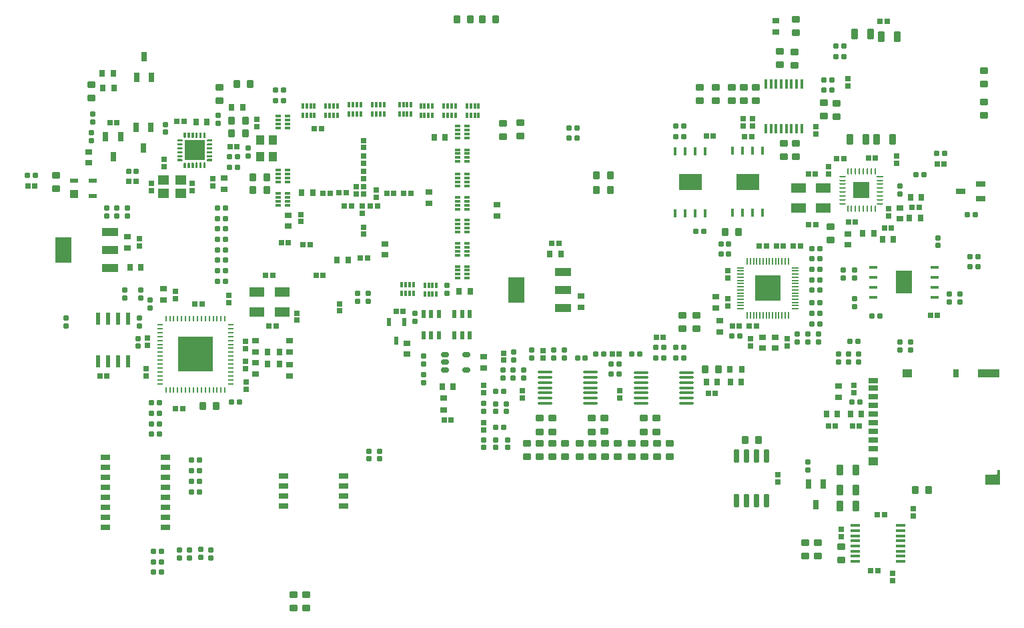
<source format=gbp>
G04*
G04 #@! TF.GenerationSoftware,Altium Limited,Altium Designer,23.11.1 (41)*
G04*
G04 Layer_Color=128*
%FSLAX44Y44*%
%MOMM*%
G71*
G04*
G04 #@! TF.SameCoordinates,BF087CC3-BE28-4B26-89C1-CEA847933F0A*
G04*
G04*
G04 #@! TF.FilePolarity,Positive*
G04*
G01*
G75*
%ADD26R,0.8000X1.0000*%
%ADD32R,0.6400X0.6400*%
%ADD33R,0.9500X0.7500*%
G04:AMPARAMS|DCode=41|XSize=0.6mm|YSize=0.6mm|CornerRadius=0.06mm|HoleSize=0mm|Usage=FLASHONLY|Rotation=90.000|XOffset=0mm|YOffset=0mm|HoleType=Round|Shape=RoundedRectangle|*
%AMROUNDEDRECTD41*
21,1,0.6000,0.4800,0,0,90.0*
21,1,0.4800,0.6000,0,0,90.0*
1,1,0.1200,0.2400,0.2400*
1,1,0.1200,0.2400,-0.2400*
1,1,0.1200,-0.2400,-0.2400*
1,1,0.1200,-0.2400,0.2400*
%
%ADD41ROUNDEDRECTD41*%
%ADD42R,0.7500X0.9500*%
%ADD51R,0.6000X1.5500*%
G04:AMPARAMS|DCode=54|XSize=0.6mm|YSize=0.6mm|CornerRadius=0.06mm|HoleSize=0mm|Usage=FLASHONLY|Rotation=180.000|XOffset=0mm|YOffset=0mm|HoleType=Round|Shape=RoundedRectangle|*
%AMROUNDEDRECTD54*
21,1,0.6000,0.4800,0,0,180.0*
21,1,0.4800,0.6000,0,0,180.0*
1,1,0.1200,-0.2400,0.2400*
1,1,0.1200,0.2400,0.2400*
1,1,0.1200,0.2400,-0.2400*
1,1,0.1200,-0.2400,-0.2400*
%
%ADD54ROUNDEDRECTD54*%
G04:AMPARAMS|DCode=58|XSize=1mm|YSize=0.9mm|CornerRadius=0.1125mm|HoleSize=0mm|Usage=FLASHONLY|Rotation=0.000|XOffset=0mm|YOffset=0mm|HoleType=Round|Shape=RoundedRectangle|*
%AMROUNDEDRECTD58*
21,1,1.0000,0.6750,0,0,0.0*
21,1,0.7750,0.9000,0,0,0.0*
1,1,0.2250,0.3875,-0.3375*
1,1,0.2250,-0.3875,-0.3375*
1,1,0.2250,-0.3875,0.3375*
1,1,0.2250,0.3875,0.3375*
%
%ADD58ROUNDEDRECTD58*%
%ADD137R,0.6500X1.2000*%
G04:AMPARAMS|DCode=138|XSize=1mm|YSize=0.9mm|CornerRadius=0.1125mm|HoleSize=0mm|Usage=FLASHONLY|Rotation=270.000|XOffset=0mm|YOffset=0mm|HoleType=Round|Shape=RoundedRectangle|*
%AMROUNDEDRECTD138*
21,1,1.0000,0.6750,0,0,270.0*
21,1,0.7750,0.9000,0,0,270.0*
1,1,0.2250,-0.3375,-0.3875*
1,1,0.2250,-0.3375,0.3875*
1,1,0.2250,0.3375,0.3875*
1,1,0.2250,0.3375,-0.3875*
%
%ADD138ROUNDEDRECTD138*%
%ADD139R,1.9000X1.2000*%
%ADD140R,0.3000X0.6500*%
%ADD141R,0.6400X0.6400*%
G04:AMPARAMS|DCode=142|XSize=0.4mm|YSize=1.2mm|CornerRadius=0.05mm|HoleSize=0mm|Usage=FLASHONLY|Rotation=90.000|XOffset=0mm|YOffset=0mm|HoleType=Round|Shape=RoundedRectangle|*
%AMROUNDEDRECTD142*
21,1,0.4000,1.1000,0,0,90.0*
21,1,0.3000,1.2000,0,0,90.0*
1,1,0.1000,0.5500,0.1500*
1,1,0.1000,0.5500,-0.1500*
1,1,0.1000,-0.5500,-0.1500*
1,1,0.1000,-0.5500,0.1500*
%
%ADD142ROUNDEDRECTD142*%
G04:AMPARAMS|DCode=143|XSize=1.3mm|YSize=0.8mm|CornerRadius=0.1mm|HoleSize=0mm|Usage=FLASHONLY|Rotation=90.000|XOffset=0mm|YOffset=0mm|HoleType=Round|Shape=RoundedRectangle|*
%AMROUNDEDRECTD143*
21,1,1.3000,0.6000,0,0,90.0*
21,1,1.1000,0.8000,0,0,90.0*
1,1,0.2000,0.3000,0.5500*
1,1,0.2000,0.3000,-0.5500*
1,1,0.2000,-0.3000,-0.5500*
1,1,0.2000,-0.3000,0.5500*
%
%ADD143ROUNDEDRECTD143*%
%ADD144R,1.2700X0.7600*%
%ADD145R,0.6000X1.0000*%
G04:AMPARAMS|DCode=146|XSize=1.05mm|YSize=0.6mm|CornerRadius=0.15mm|HoleSize=0mm|Usage=FLASHONLY|Rotation=180.000|XOffset=0mm|YOffset=0mm|HoleType=Round|Shape=RoundedRectangle|*
%AMROUNDEDRECTD146*
21,1,1.0500,0.3000,0,0,180.0*
21,1,0.7500,0.6000,0,0,180.0*
1,1,0.3000,-0.3750,0.1500*
1,1,0.3000,0.3750,0.1500*
1,1,0.3000,0.3750,-0.1500*
1,1,0.3000,-0.3750,-0.1500*
%
%ADD146ROUNDEDRECTD146*%
%ADD147O,2.0000X0.3500*%
G04:AMPARAMS|DCode=148|XSize=0.4mm|YSize=1.2mm|CornerRadius=0.05mm|HoleSize=0mm|Usage=FLASHONLY|Rotation=180.000|XOffset=0mm|YOffset=0mm|HoleType=Round|Shape=RoundedRectangle|*
%AMROUNDEDRECTD148*
21,1,0.4000,1.1000,0,0,180.0*
21,1,0.3000,1.2000,0,0,180.0*
1,1,0.1000,-0.1500,0.5500*
1,1,0.1000,0.1500,0.5500*
1,1,0.1000,0.1500,-0.5500*
1,1,0.1000,-0.1500,-0.5500*
%
%ADD148ROUNDEDRECTD148*%
%ADD149R,1.2000X0.6500*%
G04:AMPARAMS|DCode=150|XSize=0.8078mm|YSize=0.2393mm|CornerRadius=0.1196mm|HoleSize=0mm|Usage=FLASHONLY|Rotation=180.000|XOffset=0mm|YOffset=0mm|HoleType=Round|Shape=RoundedRectangle|*
%AMROUNDEDRECTD150*
21,1,0.8078,0.0000,0,0,180.0*
21,1,0.5686,0.2393,0,0,180.0*
1,1,0.2393,-0.2843,0.0000*
1,1,0.2393,0.2843,0.0000*
1,1,0.2393,0.2843,0.0000*
1,1,0.2393,-0.2843,0.0000*
%
%ADD150ROUNDEDRECTD150*%
G04:AMPARAMS|DCode=151|XSize=0.2393mm|YSize=0.8078mm|CornerRadius=0.1196mm|HoleSize=0mm|Usage=FLASHONLY|Rotation=180.000|XOffset=0mm|YOffset=0mm|HoleType=Round|Shape=RoundedRectangle|*
%AMROUNDEDRECTD151*
21,1,0.2393,0.5686,0,0,180.0*
21,1,0.0000,0.8078,0,0,180.0*
1,1,0.2393,0.0000,0.2843*
1,1,0.2393,0.0000,0.2843*
1,1,0.2393,0.0000,-0.2843*
1,1,0.2393,0.0000,-0.2843*
%
%ADD151ROUNDEDRECTD151*%
G04:AMPARAMS|DCode=154|XSize=1.0611mm|YSize=0.3925mm|CornerRadius=0.1962mm|HoleSize=0mm|Usage=FLASHONLY|Rotation=90.000|XOffset=0mm|YOffset=0mm|HoleType=Round|Shape=RoundedRectangle|*
%AMROUNDEDRECTD154*
21,1,1.0611,0.0000,0,0,90.0*
21,1,0.6686,0.3925,0,0,90.0*
1,1,0.3925,0.0000,0.3343*
1,1,0.3925,0.0000,-0.3343*
1,1,0.3925,0.0000,-0.3343*
1,1,0.3925,0.0000,0.3343*
%
%ADD154ROUNDEDRECTD154*%
G04:AMPARAMS|DCode=156|XSize=1.0611mm|YSize=0.3925mm|CornerRadius=0.1962mm|HoleSize=0mm|Usage=FLASHONLY|Rotation=0.000|XOffset=0mm|YOffset=0mm|HoleType=Round|Shape=RoundedRectangle|*
%AMROUNDEDRECTD156*
21,1,1.0611,0.0000,0,0,0.0*
21,1,0.6686,0.3925,0,0,0.0*
1,1,0.3925,0.3343,0.0000*
1,1,0.3925,-0.3343,0.0000*
1,1,0.3925,-0.3343,0.0000*
1,1,0.3925,0.3343,0.0000*
%
%ADD156ROUNDEDRECTD156*%
%ADD157R,2.8000X1.0000*%
%ADD158R,1.2000X1.0000*%
%ADD159R,3.2000X3.2000*%
%ADD160R,0.2000X0.8500*%
%ADD161R,0.9500X0.8000*%
%ADD162C,1.1447*%
%ADD163R,1.2000X0.7000*%
%ADD164R,2.1500X1.0000*%
G04:AMPARAMS|DCode=165|XSize=0.65mm|YSize=1.65mm|CornerRadius=0.0488mm|HoleSize=0mm|Usage=FLASHONLY|Rotation=0.000|XOffset=0mm|YOffset=0mm|HoleType=Round|Shape=RoundedRectangle|*
%AMROUNDEDRECTD165*
21,1,0.6500,1.5525,0,0,0.0*
21,1,0.5525,1.6500,0,0,0.0*
1,1,0.0975,0.2763,-0.7763*
1,1,0.0975,-0.2763,-0.7763*
1,1,0.0975,-0.2763,0.7763*
1,1,0.0975,0.2763,0.7763*
%
%ADD165ROUNDEDRECTD165*%
%ADD166R,1.1000X1.3000*%
%ADD167R,2.5000X2.5000*%
%ADD168R,1.4000X1.2000*%
%ADD169R,1.0000X1.0000*%
%ADD170O,0.7500X0.2500*%
%ADD171R,4.5000X4.5000*%
%ADD172O,0.2500X0.7500*%
%ADD173R,0.6500X0.3000*%
%ADD174R,0.6400X0.9200*%
%ADD175R,2.1500X3.2500*%
%ADD176R,0.3925X1.0611*%
%ADD177R,1.0611X0.3925*%
%ADD178R,0.8078X0.2393*%
%ADD179C,0.2520*%
%ADD180R,0.8500X0.2000*%
%ADD181R,1.0000X0.6000*%
%ADD182R,0.9200X0.6400*%
%ADD213R,2.9724X2.0724*%
%ADD214R,2.0724X2.9724*%
%ADD215R,2.0239X2.0239*%
G36*
X633280Y887807D02*
X633674Y887413D01*
X633887Y886898D01*
Y886620D01*
Y886341D01*
X633674Y885827D01*
X633280Y885433D01*
X632766Y885220D01*
X626987D01*
Y888020D01*
X632766D01*
X633280Y887807D01*
D02*
G37*
G36*
X632487Y893020D02*
X632766D01*
X633280Y892807D01*
X633674Y892413D01*
X633887Y891898D01*
Y891620D01*
Y891341D01*
X633674Y890827D01*
X633280Y890433D01*
X632766Y890220D01*
X626987D01*
Y893020D01*
X632487D01*
Y893020D01*
D02*
G37*
G36*
X633280Y897807D02*
X633674Y897413D01*
X633887Y896898D01*
Y896620D01*
Y896341D01*
X633674Y895827D01*
X633280Y895433D01*
X632766Y895220D01*
X626987D01*
Y898020D01*
X632766D01*
X633280Y897807D01*
D02*
G37*
G36*
X637556Y883532D02*
X637949Y883138D01*
X638162Y882624D01*
Y882345D01*
Y876845D01*
X635363D01*
Y882345D01*
Y882624D01*
X635576Y883138D01*
X635970Y883532D01*
X636484Y883745D01*
X637041D01*
X637556Y883532D01*
D02*
G37*
G36*
X642555D02*
X642949Y883138D01*
X643163Y882624D01*
Y882345D01*
X643163Y876845D01*
X640362D01*
Y882345D01*
Y882624D01*
X640576Y883138D01*
X640969Y883532D01*
X641484Y883745D01*
X642041D01*
X642555Y883532D01*
D02*
G37*
G36*
X647556D02*
X647949Y883138D01*
X648163Y882624D01*
Y882345D01*
Y876845D01*
X645362D01*
Y882345D01*
Y882624D01*
X645576Y883138D01*
X645969Y883532D01*
X646484Y883745D01*
X647041D01*
X647556Y883532D01*
D02*
G37*
G36*
X633280Y902807D02*
X633674Y902413D01*
X633887Y901898D01*
Y901620D01*
Y901341D01*
X633674Y900827D01*
X633280Y900433D01*
X632766Y900220D01*
X626987D01*
Y903020D01*
X632766D01*
X633280Y902807D01*
D02*
G37*
G36*
Y907807D02*
X633674Y907413D01*
X633887Y906898D01*
Y906620D01*
Y906341D01*
X633674Y905827D01*
X633280Y905433D01*
X632766Y905220D01*
X632487D01*
X626987Y905220D01*
Y908020D01*
X632766D01*
X633280Y907807D01*
D02*
G37*
G36*
Y912807D02*
X633674Y912413D01*
X633887Y911898D01*
Y911620D01*
Y911341D01*
X633674Y910827D01*
X633280Y910433D01*
X632766Y910220D01*
X626987D01*
Y913020D01*
X632766D01*
X633280Y912807D01*
D02*
G37*
G36*
X638162Y915895D02*
Y915617D01*
X637949Y915102D01*
X637556Y914708D01*
X637041Y914495D01*
X636484D01*
X635970Y914708D01*
X635576Y915102D01*
X635363Y915617D01*
Y915895D01*
Y921395D01*
X638162D01*
Y915895D01*
D02*
G37*
G36*
X643163D02*
X643163D01*
Y915617D01*
X642949Y915102D01*
X642555Y914708D01*
X642041Y914495D01*
X641484D01*
X640969Y914708D01*
X640576Y915102D01*
X640362Y915617D01*
Y915895D01*
Y921395D01*
X643163D01*
Y915895D01*
D02*
G37*
G36*
X648163D02*
Y915617D01*
X647949Y915102D01*
X647556Y914708D01*
X647041Y914495D01*
X646484D01*
X645969Y914708D01*
X645576Y915102D01*
X645362Y915617D01*
Y915895D01*
Y921395D01*
X648163D01*
Y915895D01*
D02*
G37*
G36*
X663163D02*
Y915617D01*
X662949Y915102D01*
X662555Y914708D01*
X662041Y914495D01*
X661484D01*
X660969Y914708D01*
X660576Y915102D01*
X660362Y915617D01*
Y915895D01*
Y921395D01*
X663163D01*
Y915895D01*
D02*
G37*
G36*
X658163D02*
Y915617D01*
X657949Y915102D01*
X657556Y914708D01*
X657041Y914495D01*
X656484D01*
X655969Y914708D01*
X655576Y915102D01*
X655362Y915617D01*
Y915895D01*
X655362Y921395D01*
X658163D01*
Y915895D01*
D02*
G37*
G36*
X653163D02*
Y915617D01*
X652949Y915102D01*
X652555Y914708D01*
X652041Y914495D01*
X651484D01*
X650969Y914708D01*
X650576Y915102D01*
X650362Y915617D01*
Y915895D01*
Y921395D01*
X653163D01*
Y915895D01*
D02*
G37*
G36*
X671537Y910220D02*
X665759D01*
X665245Y910433D01*
X664851Y910827D01*
X664638Y911341D01*
Y911620D01*
Y911898D01*
X664851Y912413D01*
X665245Y912807D01*
X665759Y913020D01*
X671537D01*
Y910220D01*
D02*
G37*
G36*
Y905220D02*
X666038D01*
Y905220D01*
X665759D01*
X665245Y905433D01*
X664851Y905827D01*
X664638Y906341D01*
Y906620D01*
Y906898D01*
X664851Y907413D01*
X665245Y907807D01*
X665759Y908020D01*
X671537D01*
Y905220D01*
D02*
G37*
G36*
Y900220D02*
X665759D01*
X665245Y900433D01*
X664851Y900827D01*
X664638Y901341D01*
Y901620D01*
Y901898D01*
X664851Y902413D01*
X665245Y902807D01*
X665759Y903020D01*
X671537D01*
Y900220D01*
D02*
G37*
G36*
Y895220D02*
X665759D01*
X665245Y895433D01*
X664851Y895827D01*
X664638Y896341D01*
Y896620D01*
Y896898D01*
X664851Y897413D01*
X665245Y897807D01*
X665759Y898020D01*
X671537D01*
Y895220D01*
D02*
G37*
G36*
Y890220D02*
X665759D01*
X665245Y890433D01*
X664851Y890827D01*
X664638Y891341D01*
Y891620D01*
Y891898D01*
X664851Y892413D01*
X665245Y892807D01*
X665759Y893020D01*
X666038D01*
X671537Y893020D01*
Y890220D01*
D02*
G37*
G36*
Y885220D02*
X665759D01*
X665245Y885433D01*
X664851Y885827D01*
X664638Y886341D01*
Y886620D01*
Y886898D01*
X664851Y887413D01*
X665245Y887807D01*
X665759Y888020D01*
X671537D01*
Y885220D01*
D02*
G37*
G36*
X662555Y883532D02*
X662949Y883138D01*
X663163Y882624D01*
Y882345D01*
Y876845D01*
X660362D01*
Y882345D01*
Y882624D01*
X660576Y883138D01*
X660969Y883532D01*
X661484Y883745D01*
X662041D01*
X662555Y883532D01*
D02*
G37*
G36*
X657556D02*
X657949Y883138D01*
X658163Y882624D01*
Y882345D01*
Y876845D01*
X655362D01*
Y882345D01*
X655362D01*
Y882624D01*
X655576Y883138D01*
X655969Y883532D01*
X656484Y883745D01*
X657041D01*
X657556Y883532D01*
D02*
G37*
G36*
X652555D02*
X652949Y883138D01*
X653163Y882624D01*
Y882345D01*
Y876845D01*
X650362D01*
Y882345D01*
Y882624D01*
X650576Y883138D01*
X650969Y883532D01*
X651484Y883745D01*
X652041D01*
X652555Y883532D01*
D02*
G37*
G36*
X1671350Y474346D02*
X1652350D01*
Y487346D01*
X1666350D01*
X1667850Y488846D01*
Y492846D01*
X1671350D01*
Y474346D01*
D02*
G37*
D26*
X1615850Y615846D02*
D03*
D32*
X1470000Y417600D02*
D03*
Y408400D02*
D03*
X1540000Y891600D02*
D03*
Y882400D02*
D03*
X1453725Y869139D02*
D03*
Y878339D02*
D03*
X728000Y938600D02*
D03*
Y929400D02*
D03*
X864000Y862730D02*
D03*
Y871930D02*
D03*
Y843400D02*
D03*
Y852600D02*
D03*
X854000Y843400D02*
D03*
Y852600D02*
D03*
X861963Y819360D02*
D03*
Y828560D02*
D03*
X1065324Y584600D02*
D03*
X1188720Y584680D02*
D03*
X1478280Y990120D02*
D03*
X1437640Y929160D02*
D03*
X1357652Y939320D02*
D03*
X1345473D02*
D03*
X1530350Y825020D02*
D03*
X880000Y839400D02*
D03*
X1485900Y600776D02*
D03*
X1401587Y659920D02*
D03*
X1354370Y650720D02*
D03*
X1561000Y443600D02*
D03*
X1535000Y352400D02*
D03*
X1389380Y478000D02*
D03*
X1325880Y737080D02*
D03*
Y701520D02*
D03*
X864000Y902400D02*
D03*
Y891600D02*
D03*
Y801600D02*
D03*
X784000Y808480D02*
D03*
X610870Y878050D02*
D03*
X672467Y853534D02*
D03*
X646430Y856770D02*
D03*
X594795Y847570D02*
D03*
X579000Y786600D02*
D03*
X833000Y704200D02*
D03*
X779331Y683177D02*
D03*
X693000Y714600D02*
D03*
X714000Y647400D02*
D03*
Y622000D02*
D03*
X715000Y595800D02*
D03*
X625000Y719600D02*
D03*
X589000Y660600D02*
D03*
X588000Y612400D02*
D03*
X1485900Y591576D02*
D03*
X1530350Y815820D02*
D03*
X1478280Y980920D02*
D03*
X693000Y705400D02*
D03*
X589000Y651400D02*
D03*
X715000Y605000D02*
D03*
X588000Y621600D02*
D03*
X1016000Y544196D02*
D03*
X784000Y817679D02*
D03*
X880000Y848600D02*
D03*
X1016000Y590945D02*
D03*
X1091578Y635480D02*
D03*
X1041400Y641585D02*
D03*
X625000Y710400D02*
D03*
X864000Y792400D02*
D03*
Y911600D02*
D03*
Y882400D02*
D03*
X1389380Y487200D02*
D03*
X1325880Y710720D02*
D03*
Y746280D02*
D03*
X1016000Y553396D02*
D03*
X1091578Y644680D02*
D03*
X1016000Y600144D02*
D03*
X1041400Y632385D02*
D03*
X779331Y692377D02*
D03*
X1401587Y650720D02*
D03*
X1354370Y659920D02*
D03*
X833000Y695000D02*
D03*
X1345473Y930120D02*
D03*
X1357652D02*
D03*
X1437640Y919960D02*
D03*
X579000Y777400D02*
D03*
X1561000Y434400D02*
D03*
X1535000Y361600D02*
D03*
X1065324Y593800D02*
D03*
X1188720Y593880D02*
D03*
X714000Y656600D02*
D03*
Y631200D02*
D03*
X646430Y847570D02*
D03*
X594795Y856770D02*
D03*
X610870Y887250D02*
D03*
X672467Y862735D02*
D03*
D33*
X1016000Y636920D02*
D03*
X919000Y640000D02*
D03*
X1386840Y1049640D02*
D03*
X1544320Y826150D02*
D03*
X947000Y846000D02*
D03*
X1033000Y830000D02*
D03*
X1478280Y779130D02*
D03*
X1466850Y599578D02*
D03*
X890730Y766290D02*
D03*
X1310640Y699120D02*
D03*
X1315720Y668640D02*
D03*
X1140000Y714000D02*
D03*
X768000Y802482D02*
D03*
X514682Y883270D02*
D03*
X686816Y849488D02*
D03*
X564000Y789000D02*
D03*
X769620Y657240D02*
D03*
X726440Y615300D02*
D03*
Y643240D02*
D03*
X769620Y612760D02*
D03*
X610000Y723000D02*
D03*
X1466850Y585578D02*
D03*
X1544320Y812150D02*
D03*
X947000Y832000D02*
D03*
X1478280Y793130D02*
D03*
X768000Y816481D02*
D03*
X1033000Y816000D02*
D03*
X769620Y626760D02*
D03*
Y643240D02*
D03*
X1140000Y700000D02*
D03*
X1310640Y713120D02*
D03*
X890730Y780290D02*
D03*
X919000Y654000D02*
D03*
X1315720Y682640D02*
D03*
X1386840Y1063640D02*
D03*
X564000Y775000D02*
D03*
X1016000Y622920D02*
D03*
X610000Y709000D02*
D03*
X726440Y657240D02*
D03*
Y629300D02*
D03*
X686816Y863488D02*
D03*
X514682Y897270D02*
D03*
D41*
X1565000Y868000D02*
D03*
X1575000D02*
D03*
X1633000Y751000D02*
D03*
X1643000D02*
D03*
X1124590Y927689D02*
D03*
X1134590D02*
D03*
Y914400D02*
D03*
X1124590D02*
D03*
X1178165Y627968D02*
D03*
X1158320Y640080D02*
D03*
X1269920Y635351D02*
D03*
Y648639D02*
D03*
X1473120Y1017952D02*
D03*
X1601000Y895000D02*
D03*
X703500Y877392D02*
D03*
X565230Y872364D02*
D03*
X447000Y867000D02*
D03*
X1643000Y764000D02*
D03*
X1633000D02*
D03*
X1640000Y817000D02*
D03*
X1630000D02*
D03*
X688345Y732766D02*
D03*
X678345D02*
D03*
Y746055D02*
D03*
X688345D02*
D03*
X678345Y759343D02*
D03*
X688345D02*
D03*
X678345Y772632D02*
D03*
X688345D02*
D03*
X678505Y785920D02*
D03*
X688505D02*
D03*
X678345Y799209D02*
D03*
X688345D02*
D03*
X678345Y812497D02*
D03*
X688345D02*
D03*
X678345Y825786D02*
D03*
X688345D02*
D03*
X604440Y578399D02*
D03*
X594440D02*
D03*
X604440Y565110D02*
D03*
X594440D02*
D03*
X604440Y551768D02*
D03*
X594440D02*
D03*
X604440Y538480D02*
D03*
X594440D02*
D03*
X655320Y505460D02*
D03*
X645320D02*
D03*
X655240Y492172D02*
D03*
X645240D02*
D03*
X655320Y478883D02*
D03*
X645320D02*
D03*
X655240Y464820D02*
D03*
X645240D02*
D03*
X607060Y363220D02*
D03*
X597060D02*
D03*
X606980Y376508D02*
D03*
X596980D02*
D03*
X606980Y389797D02*
D03*
X596980D02*
D03*
X1490900Y656035D02*
D03*
X1480900D02*
D03*
X1493440Y579120D02*
D03*
X1483440D02*
D03*
X1591000Y895000D02*
D03*
X1168320Y640080D02*
D03*
X1442640Y761226D02*
D03*
X1432640D02*
D03*
X703500Y890680D02*
D03*
X693500D02*
D03*
X1518840Y688366D02*
D03*
X1442640Y692057D02*
D03*
X1285320Y796306D02*
D03*
X1259920Y929640D02*
D03*
Y916234D02*
D03*
X751920Y962072D02*
D03*
X1331040Y662906D02*
D03*
X1031320Y546810D02*
D03*
X1234520Y648639D02*
D03*
X1031320Y592530D02*
D03*
X1442640Y678768D02*
D03*
X1259920Y648639D02*
D03*
X1204040Y640351D02*
D03*
X1508840Y688366D02*
D03*
X1341040Y662906D02*
D03*
X761920Y975360D02*
D03*
X751920D02*
D03*
X761920Y962072D02*
D03*
X1317070Y780368D02*
D03*
X1327070D02*
D03*
X1442640Y774514D02*
D03*
X1432640D02*
D03*
X1317150Y767080D02*
D03*
X1327150D02*
D03*
X1442640Y747937D02*
D03*
X1432640D02*
D03*
X1442560Y734649D02*
D03*
X1432560D02*
D03*
X1269920Y916234D02*
D03*
X1442560Y721360D02*
D03*
X1432560D02*
D03*
X1442640Y705346D02*
D03*
X1432640D02*
D03*
X1269920Y929640D02*
D03*
X1432640Y692057D02*
D03*
X1295320Y796306D02*
D03*
X1432640Y678768D02*
D03*
X1473120Y1031240D02*
D03*
X1463120D02*
D03*
Y1017952D02*
D03*
X1447880Y975360D02*
D03*
X1457880D02*
D03*
X1447880Y988649D02*
D03*
X1457880D02*
D03*
X1244520Y648639D02*
D03*
X1234600Y635351D02*
D03*
X1244600D02*
D03*
X1259920D02*
D03*
X1214040Y640351D02*
D03*
X1145031Y635472D02*
D03*
X1135032D02*
D03*
X1178165Y614680D02*
D03*
X1188165D02*
D03*
Y627968D02*
D03*
X1041320Y546810D02*
D03*
Y592530D02*
D03*
X696040Y579120D02*
D03*
X706040D02*
D03*
X575230Y872364D02*
D03*
X693500Y877392D02*
D03*
X437000Y867000D02*
D03*
D42*
X798958Y844836D02*
D03*
X784958D02*
D03*
X977280Y598869D02*
D03*
X1312645Y604496D02*
D03*
X1557640Y839470D02*
D03*
X967120Y915670D02*
D03*
X1536080Y785760D02*
D03*
X1343040Y604496D02*
D03*
X1481440Y563880D02*
D03*
X1450960D02*
D03*
X1114000Y767000D02*
D03*
X998870Y719563D02*
D03*
X710100Y953180D02*
D03*
X664860Y934720D02*
D03*
X532100Y996950D02*
D03*
X532750Y977900D02*
D03*
X829921Y760000D02*
D03*
X581000Y750000D02*
D03*
X1571640Y839470D02*
D03*
X1522080Y785760D02*
D03*
X1100000Y767000D02*
D03*
X843921Y760000D02*
D03*
X984870Y719563D02*
D03*
X1464960Y563880D02*
D03*
X1495440D02*
D03*
X953120Y915670D02*
D03*
X567000Y750000D02*
D03*
X1329040Y604496D02*
D03*
X1298645Y604496D02*
D03*
X963280Y598869D02*
D03*
X696100Y953180D02*
D03*
X650860Y934720D02*
D03*
X546100Y996950D02*
D03*
X546750Y977900D02*
D03*
D51*
X527050Y684860D02*
D03*
X539750D02*
D03*
X552450D02*
D03*
X565150D02*
D03*
X552450Y630860D02*
D03*
X527050D02*
D03*
X539750D02*
D03*
X565150D02*
D03*
D54*
X1593000Y778000D02*
D03*
Y788000D02*
D03*
X593000Y699000D02*
D03*
Y709000D02*
D03*
X929000Y692000D02*
D03*
Y682000D02*
D03*
X940000Y604000D02*
D03*
X1031240Y521490D02*
D03*
X1016000D02*
D03*
X1031240Y567210D02*
D03*
X1016000Y567290D02*
D03*
X1053512Y609680D02*
D03*
X1040223D02*
D03*
X1118188Y635472D02*
D03*
X1076960D02*
D03*
X1544320Y843360D02*
D03*
X1427480Y502840D02*
D03*
X716788Y901907D02*
D03*
X520000Y945000D02*
D03*
X486000Y676000D02*
D03*
Y686000D02*
D03*
X560796Y721608D02*
D03*
X560796Y711608D02*
D03*
X580810Y711280D02*
D03*
Y721280D02*
D03*
X550592Y825565D02*
D03*
Y815565D02*
D03*
X563880Y825420D02*
D03*
Y815420D02*
D03*
X537303Y825565D02*
D03*
Y815565D02*
D03*
X969556Y717630D02*
D03*
Y727630D02*
D03*
X884000Y517000D02*
D03*
Y507000D02*
D03*
X870000Y517000D02*
D03*
Y507000D02*
D03*
X579120Y675720D02*
D03*
Y685720D02*
D03*
X1466850Y640000D02*
D03*
Y630000D02*
D03*
X1479550Y640000D02*
D03*
Y630000D02*
D03*
X1492250Y640000D02*
D03*
Y630000D02*
D03*
X1544320Y655240D02*
D03*
Y645240D02*
D03*
X1558290Y645160D02*
D03*
Y655160D02*
D03*
X1544320Y853360D02*
D03*
X630000Y391000D02*
D03*
Y381000D02*
D03*
X643000Y391000D02*
D03*
Y381000D02*
D03*
X657000Y392000D02*
D03*
Y382000D02*
D03*
X670000Y381000D02*
D03*
Y391000D02*
D03*
X1487186Y710263D02*
D03*
Y700263D02*
D03*
X716788Y891907D02*
D03*
X1016000Y531490D02*
D03*
X1487170Y746680D02*
D03*
X1016000Y577290D02*
D03*
X1104900Y635472D02*
D03*
X869259Y717062D02*
D03*
X855971Y716982D02*
D03*
X1054134Y642969D02*
D03*
X1607114Y706200D02*
D03*
X1472635Y746765D02*
D03*
X1414321Y655320D02*
D03*
X1076960Y645472D02*
D03*
X1620520Y706200D02*
D03*
X1440898Y655320D02*
D03*
X1040223Y619680D02*
D03*
X1427609Y655480D02*
D03*
X940000Y614000D02*
D03*
X1427480Y492840D02*
D03*
X855971Y706982D02*
D03*
X869259Y707062D02*
D03*
X1472635Y736765D02*
D03*
X1487170Y736680D02*
D03*
X1620520Y716200D02*
D03*
X1607114D02*
D03*
X1414321Y665320D02*
D03*
X1440898D02*
D03*
X1427609Y665480D02*
D03*
X1118188Y645472D02*
D03*
X1104900D02*
D03*
X1066800Y619680D02*
D03*
Y609680D02*
D03*
X1054134Y632969D02*
D03*
X1031240Y577210D02*
D03*
X1053512Y619680D02*
D03*
X1044529Y567210D02*
D03*
Y577210D02*
D03*
X1031240Y531490D02*
D03*
X1046480Y521490D02*
D03*
Y531490D02*
D03*
X940000Y638000D02*
D03*
Y628000D02*
D03*
X577810Y650105D02*
D03*
Y660105D02*
D03*
X679450Y933610D02*
D03*
Y943610D02*
D03*
X612024Y921869D02*
D03*
Y931869D02*
D03*
X520000Y935000D02*
D03*
X517821Y911174D02*
D03*
Y921173D02*
D03*
D58*
X1041000Y916500D02*
D03*
Y933500D02*
D03*
X1063000Y917000D02*
D03*
Y934000D02*
D03*
X1087200Y558679D02*
D03*
X1103219D02*
D03*
X1153240D02*
D03*
X1169258Y558800D02*
D03*
X1219200Y558679D02*
D03*
X1235219D02*
D03*
X1463819Y958460D02*
D03*
X1412240Y1048140D02*
D03*
X1410415Y1024040D02*
D03*
X1391920Y1024500D02*
D03*
X1330960Y961780D02*
D03*
X680832Y978780D02*
D03*
X518000Y982500D02*
D03*
X473710Y850020D02*
D03*
X1268000Y689500D02*
D03*
Y672500D02*
D03*
X1651000Y960500D02*
D03*
Y943500D02*
D03*
Y1000500D02*
D03*
Y983500D02*
D03*
X1456690Y802250D02*
D03*
Y785250D02*
D03*
X1286000Y689500D02*
D03*
Y672500D02*
D03*
X680832Y961780D02*
D03*
X1138000Y526660D02*
D03*
X1203960D02*
D03*
X1119237D02*
D03*
X1186056D02*
D03*
X774700Y317382D02*
D03*
X1424161Y383930D02*
D03*
X791090Y317382D02*
D03*
X1470000Y378500D02*
D03*
X1440180Y383930D02*
D03*
X1252016Y526660D02*
D03*
X1087200D02*
D03*
X1440180Y400930D02*
D03*
X1290320Y978780D02*
D03*
Y961780D02*
D03*
X1447800Y959731D02*
D03*
Y942730D02*
D03*
X1463819Y941460D02*
D03*
X1361440Y978780D02*
D03*
Y961780D02*
D03*
X1412240Y1065140D02*
D03*
X1310640Y961780D02*
D03*
Y978780D02*
D03*
X1410415Y1007040D02*
D03*
X1397000Y890660D02*
D03*
Y907660D02*
D03*
X1391920Y1007500D02*
D03*
X1330960Y978780D02*
D03*
X1412240Y890660D02*
D03*
Y907660D02*
D03*
X1346200Y978780D02*
D03*
Y961780D02*
D03*
X1235219Y541679D02*
D03*
X1219200D02*
D03*
X1219979Y509660D02*
D03*
Y526660D02*
D03*
X1235997Y509660D02*
D03*
Y526660D02*
D03*
X1203960Y509660D02*
D03*
X1252016D02*
D03*
X1470000Y395500D02*
D03*
X1087200Y541679D02*
D03*
X1103219D02*
D03*
X1169258Y541800D02*
D03*
X1153240Y541679D02*
D03*
X1087200Y509660D02*
D03*
X1103219D02*
D03*
Y526660D02*
D03*
X1170037Y509660D02*
D03*
Y526660D02*
D03*
X1154018Y509660D02*
D03*
Y526660D02*
D03*
X1138000Y509660D02*
D03*
X1186056D02*
D03*
X1071181D02*
D03*
Y526660D02*
D03*
X1119237Y509660D02*
D03*
X791090Y334382D02*
D03*
X1424161Y400930D02*
D03*
X774700Y334382D02*
D03*
X518000Y965500D02*
D03*
X473710Y867020D02*
D03*
D137*
X585000Y1018000D02*
D03*
X575500Y992000D02*
D03*
X594500D02*
D03*
X584000Y902000D02*
D03*
X593500Y928000D02*
D03*
X574500D02*
D03*
X1447140Y475280D02*
D03*
X545725Y890681D02*
D03*
X555225Y916681D02*
D03*
X536225D02*
D03*
X1428140Y475280D02*
D03*
X1437640Y449280D02*
D03*
D138*
X999500Y1065000D02*
D03*
X982500D02*
D03*
X1031500D02*
D03*
X1014500D02*
D03*
X1159500Y867000D02*
D03*
X1176500D02*
D03*
X1159500Y849000D02*
D03*
X1176500D02*
D03*
X1580500Y468000D02*
D03*
X659520Y574040D02*
D03*
X740500Y848343D02*
D03*
X702700Y982980D02*
D03*
X719700D02*
D03*
X723500Y848343D02*
D03*
Y864361D02*
D03*
X740500D02*
D03*
X1339280Y795400D02*
D03*
X1322280D02*
D03*
X1563500Y468000D02*
D03*
X1314060Y620764D02*
D03*
X1297060D02*
D03*
X1364860Y530860D02*
D03*
X1347860D02*
D03*
X676520Y574040D02*
D03*
X696350Y936911D02*
D03*
X713350D02*
D03*
X713383Y920892D02*
D03*
X696384D02*
D03*
D139*
X1447280Y825992D02*
D03*
X1415280Y850992D02*
D03*
Y825992D02*
D03*
X1447280Y850992D02*
D03*
X760000Y718901D02*
D03*
X728000Y693901D02*
D03*
Y718901D02*
D03*
X760000Y693901D02*
D03*
D140*
X970359Y943540D02*
D03*
X975359D02*
D03*
X980359D02*
D03*
X965359Y943540D02*
D03*
X965359Y955040D02*
D03*
X970359D02*
D03*
X975359D02*
D03*
X980359D02*
D03*
X801389D02*
D03*
X796389D02*
D03*
X791389D02*
D03*
X786389D02*
D03*
X791389Y943540D02*
D03*
X786389D02*
D03*
X801389D02*
D03*
X796389D02*
D03*
X815677Y955040D02*
D03*
X820677D02*
D03*
X825677Y955040D02*
D03*
X830677D02*
D03*
X815677Y943540D02*
D03*
X820677D02*
D03*
X825677D02*
D03*
X830677D02*
D03*
X860000Y956655D02*
D03*
X855000D02*
D03*
X850000D02*
D03*
X845000D02*
D03*
X855000Y945155D02*
D03*
X850000D02*
D03*
X845000D02*
D03*
X860000Y945155D02*
D03*
X889469Y956655D02*
D03*
X884469D02*
D03*
X879469D02*
D03*
X874469D02*
D03*
X884469Y945155D02*
D03*
X879469D02*
D03*
X874469D02*
D03*
X889469D02*
D03*
X924049D02*
D03*
X909049D02*
D03*
X914049D02*
D03*
X919049D02*
D03*
X909049Y956655D02*
D03*
X914049D02*
D03*
X919049Y956655D02*
D03*
X924049D02*
D03*
X951070Y955040D02*
D03*
X946070D02*
D03*
X941070D02*
D03*
X936070D02*
D03*
X941070Y943540D02*
D03*
X946070D02*
D03*
X951070D02*
D03*
X936070D02*
D03*
X1009647Y955040D02*
D03*
X1004647D02*
D03*
X999647Y955040D02*
D03*
X994647D02*
D03*
X1004647Y943540D02*
D03*
X1009647Y943540D02*
D03*
X994647Y943540D02*
D03*
X999647D02*
D03*
X946230Y727710D02*
D03*
X951230D02*
D03*
X941230Y716210D02*
D03*
X946230D02*
D03*
X951230Y716210D02*
D03*
X956230Y716210D02*
D03*
Y727710D02*
D03*
X941230D02*
D03*
X911942Y717008D02*
D03*
X916941D02*
D03*
X921942D02*
D03*
X926942D02*
D03*
X911942Y728508D02*
D03*
X926942Y728508D02*
D03*
X921942D02*
D03*
X916941D02*
D03*
D141*
X1473085Y888590D02*
D03*
X1463885D02*
D03*
X904720Y694249D02*
D03*
X913920Y694249D02*
D03*
X1310160Y590147D02*
D03*
X1518800Y1063000D02*
D03*
X1600600Y882000D02*
D03*
X1504160Y889000D02*
D03*
X1347160Y916138D02*
D03*
X1559560Y826770D02*
D03*
X1533680Y800108D02*
D03*
X1437160Y869188D02*
D03*
X1487960Y807720D02*
D03*
X1428440Y804893D02*
D03*
X1307620Y916940D02*
D03*
X892901Y844000D02*
D03*
X923424D02*
D03*
X786400Y779000D02*
D03*
X872514Y828195D02*
D03*
X1417843Y777240D02*
D03*
X1582900Y689610D02*
D03*
X1387320Y777240D02*
D03*
X1365974D02*
D03*
X1353030Y675640D02*
D03*
X1483840Y548640D02*
D03*
X1453360D02*
D03*
X1111600Y781000D02*
D03*
X868600Y762000D02*
D03*
X1331440Y675640D02*
D03*
X974880Y556580D02*
D03*
X801322Y926869D02*
D03*
X820985Y844564D02*
D03*
X703100Y903413D02*
D03*
X848600Y828000D02*
D03*
X841600Y845000D02*
D03*
X768340Y781590D02*
D03*
X626370Y935990D02*
D03*
X446600Y854000D02*
D03*
X565630Y859631D02*
D03*
X812320Y740410D02*
D03*
X748600Y740000D02*
D03*
X658600Y704000D02*
D03*
X743400Y675704D02*
D03*
X538000Y612140D02*
D03*
X634200Y571000D02*
D03*
X437400Y854000D02*
D03*
X1478760Y807720D02*
D03*
X1568760Y826770D02*
D03*
X1513360Y889000D02*
D03*
X1591400Y882000D02*
D03*
X1528000Y1063000D02*
D03*
X649400Y704000D02*
D03*
X625000Y571000D02*
D03*
X1102400Y781000D02*
D03*
X1298420Y916940D02*
D03*
X1524480Y800108D02*
D03*
X693900Y903413D02*
D03*
X795600Y779000D02*
D03*
X859400Y762000D02*
D03*
X1179040Y640702D02*
D03*
X832400Y845000D02*
D03*
X902101Y844000D02*
D03*
X881714Y828195D02*
D03*
X839400Y828000D02*
D03*
X528800Y612140D02*
D03*
X759140Y781590D02*
D03*
X811785Y844564D02*
D03*
X914224Y844000D02*
D03*
X810522Y926869D02*
D03*
X1462560Y548640D02*
D03*
X1375174Y777240D02*
D03*
X1356360Y916138D02*
D03*
X1408642Y777240D02*
D03*
X1340640Y675640D02*
D03*
X1493040Y548640D02*
D03*
X1592100Y689610D02*
D03*
X1234920Y661373D02*
D03*
X1244120D02*
D03*
X1188240Y640702D02*
D03*
X803120Y740410D02*
D03*
X1362230Y675640D02*
D03*
X1396520Y777240D02*
D03*
X1427960Y869188D02*
D03*
X1515400Y436000D02*
D03*
X1524600D02*
D03*
X1507400Y365000D02*
D03*
X1516600D02*
D03*
X1300960Y590147D02*
D03*
X965680Y556580D02*
D03*
X1437640Y804893D02*
D03*
X739400Y740000D02*
D03*
X752600Y675704D02*
D03*
X574830Y859631D02*
D03*
X635569Y935990D02*
D03*
X550700Y934280D02*
D03*
X541500D02*
D03*
D142*
X1545000Y422500D02*
D03*
Y416000D02*
D03*
Y409500D02*
D03*
Y403000D02*
D03*
Y396500D02*
D03*
Y390000D02*
D03*
X1545000Y383500D02*
D03*
X1545000Y377000D02*
D03*
X1488000Y422500D02*
D03*
Y403000D02*
D03*
Y396500D02*
D03*
X1488000Y383500D02*
D03*
X1488000Y416000D02*
D03*
Y377000D02*
D03*
Y390000D02*
D03*
Y409500D02*
D03*
D143*
X1487000Y1047000D02*
D03*
X1507000D02*
D03*
X1481000Y913000D02*
D03*
X1501000D02*
D03*
X1535000D02*
D03*
X1515000D02*
D03*
X1541000Y1043000D02*
D03*
X1521000D02*
D03*
X1468280Y467360D02*
D03*
X1488280D02*
D03*
Y447040D02*
D03*
X1468280D02*
D03*
X1488280Y492760D02*
D03*
X1468280D02*
D03*
D144*
X838200Y485140D02*
D03*
Y472440D02*
D03*
Y459740D02*
D03*
Y447040D02*
D03*
X762000Y472440D02*
D03*
Y485140D02*
D03*
Y459740D02*
D03*
Y447040D02*
D03*
X535940Y496570D02*
D03*
Y433070D02*
D03*
Y483870D02*
D03*
Y458470D02*
D03*
Y471170D02*
D03*
Y445770D02*
D03*
Y509270D02*
D03*
Y420370D02*
D03*
X612140Y509270D02*
D03*
Y496570D02*
D03*
Y483870D02*
D03*
Y471170D02*
D03*
Y458470D02*
D03*
Y445770D02*
D03*
Y433070D02*
D03*
Y420370D02*
D03*
D145*
X896000Y681000D02*
D03*
X915000Y681000D02*
D03*
X905500Y657000D02*
D03*
X949429Y664443D02*
D03*
X988697D02*
D03*
X979197D02*
D03*
X939929Y691443D02*
D03*
X998197D02*
D03*
Y664443D02*
D03*
X958929Y691443D02*
D03*
X979197D02*
D03*
X958929Y664443D02*
D03*
X939929D02*
D03*
X949429Y691443D02*
D03*
X988697D02*
D03*
D146*
X966940Y629920D02*
D03*
Y620420D02*
D03*
X966940Y639420D02*
D03*
X993940Y639420D02*
D03*
X993940Y620420D02*
D03*
D147*
X1151680Y597569D02*
D03*
X1273792Y610447D02*
D03*
Y597447D02*
D03*
Y584447D02*
D03*
Y616947D02*
D03*
Y603947D02*
D03*
Y590947D02*
D03*
Y577947D02*
D03*
X1215791Y616947D02*
D03*
X1215791Y610447D02*
D03*
X1215791Y603947D02*
D03*
X1215791Y597447D02*
D03*
X1215791Y590947D02*
D03*
X1215791Y584447D02*
D03*
X1215791Y577947D02*
D03*
X1093680Y578069D02*
D03*
X1093680Y584569D02*
D03*
X1093680Y591069D02*
D03*
X1093680Y597569D02*
D03*
X1093680Y604068D02*
D03*
X1093680Y610569D02*
D03*
X1093680Y617068D02*
D03*
X1151680Y578069D02*
D03*
Y584569D02*
D03*
Y591068D02*
D03*
Y604068D02*
D03*
Y610569D02*
D03*
Y617068D02*
D03*
D148*
X1419750Y983540D02*
D03*
X1374250D02*
D03*
X1380750D02*
D03*
X1387250D02*
D03*
X1393750D02*
D03*
X1400250D02*
D03*
X1406750D02*
D03*
X1413250D02*
D03*
X1374250Y926540D02*
D03*
X1380750D02*
D03*
X1387250D02*
D03*
X1393750D02*
D03*
X1400250D02*
D03*
X1406750D02*
D03*
X1413250D02*
D03*
X1419750D02*
D03*
D149*
X1647000Y837500D02*
D03*
X1621000Y847000D02*
D03*
X1647000Y856500D02*
D03*
D150*
X1519191Y850860D02*
D03*
Y830860D02*
D03*
X1471688Y865860D02*
D03*
Y855860D02*
D03*
Y835860D02*
D03*
X1519191Y845860D02*
D03*
X1471688Y860860D02*
D03*
X1519191Y855860D02*
D03*
X1471688Y840860D02*
D03*
X1519191Y860860D02*
D03*
Y840860D02*
D03*
Y835860D02*
D03*
X1471688Y830860D02*
D03*
Y845860D02*
D03*
Y850860D02*
D03*
D151*
X1497940Y872112D02*
D03*
X1492940Y824608D02*
D03*
X1482940Y872112D02*
D03*
X1477940D02*
D03*
X1502940D02*
D03*
X1487940D02*
D03*
X1492940D02*
D03*
X1507940D02*
D03*
X1512940Y824608D02*
D03*
X1507940D02*
D03*
X1502940D02*
D03*
X1497940D02*
D03*
X1487940D02*
D03*
X1482940D02*
D03*
X1477940D02*
D03*
X1512940Y872112D02*
D03*
D154*
X1332230Y819724D02*
D03*
X1259212Y819265D02*
D03*
X1284612Y897775D02*
D03*
X1271911D02*
D03*
X1259212D02*
D03*
X1271911Y819265D02*
D03*
X1284612D02*
D03*
X1297312Y897775D02*
D03*
X1370330Y898234D02*
D03*
X1357630D02*
D03*
X1344930D02*
D03*
X1332230D02*
D03*
X1344930Y819724D02*
D03*
X1357630D02*
D03*
D156*
X1510145Y750570D02*
D03*
Y737870D02*
D03*
Y725170D02*
D03*
X1588655D02*
D03*
Y737870D02*
D03*
Y750570D02*
D03*
Y712470D02*
D03*
D157*
X1657350Y615846D02*
D03*
D158*
X1553850D02*
D03*
X1510850Y504346D02*
D03*
D159*
X1376680Y723739D02*
D03*
D160*
X1386680Y689239D02*
D03*
X1350680D02*
D03*
X1374680Y758239D02*
D03*
X1370680D02*
D03*
X1354680D02*
D03*
X1350680D02*
D03*
X1374680Y689239D02*
D03*
X1402680Y758239D02*
D03*
X1398680D02*
D03*
X1394680D02*
D03*
X1390680D02*
D03*
X1386680D02*
D03*
X1382680D02*
D03*
X1378680D02*
D03*
X1366680D02*
D03*
X1362680D02*
D03*
X1358680D02*
D03*
X1354680Y689239D02*
D03*
X1358680D02*
D03*
X1362680D02*
D03*
X1366680D02*
D03*
X1370680D02*
D03*
X1378680D02*
D03*
X1382680D02*
D03*
X1390680D02*
D03*
X1394680D02*
D03*
X1398680D02*
D03*
X1402680D02*
D03*
D161*
X1386229Y661071D02*
D03*
X1369729Y648072D02*
D03*
Y661071D02*
D03*
X1386229Y648072D02*
D03*
D162*
X1664991Y480706D02*
D03*
D163*
X1510850Y574846D02*
D03*
Y606346D02*
D03*
Y552846D02*
D03*
Y519846D02*
D03*
Y530846D02*
D03*
Y541846D02*
D03*
Y563846D02*
D03*
Y585846D02*
D03*
Y596846D02*
D03*
D164*
X1116370Y744360D02*
D03*
X541541Y795162D02*
D03*
X1116370Y698360D02*
D03*
Y721360D02*
D03*
X541541Y749161D02*
D03*
Y772161D02*
D03*
D165*
X1337207Y510850D02*
D03*
X1375307Y454350D02*
D03*
Y510850D02*
D03*
X1362607Y454350D02*
D03*
X1349907D02*
D03*
X1337207D02*
D03*
X1349907Y510850D02*
D03*
X1362607D02*
D03*
D166*
X748660Y891200D02*
D03*
X732160D02*
D03*
Y912200D02*
D03*
X748660D02*
D03*
D167*
X649262Y899120D02*
D03*
D168*
X631600Y861271D02*
D03*
X609600Y844270D02*
D03*
Y861271D02*
D03*
X631600Y844270D02*
D03*
D169*
X496000Y843400D02*
D03*
D170*
X695490Y677580D02*
D03*
Y657580D02*
D03*
Y632580D02*
D03*
Y627580D02*
D03*
Y617580D02*
D03*
Y607580D02*
D03*
X604990Y672580D02*
D03*
Y612580D02*
D03*
Y677580D02*
D03*
Y667580D02*
D03*
Y662580D02*
D03*
Y657580D02*
D03*
Y652580D02*
D03*
Y642580D02*
D03*
Y637580D02*
D03*
Y632580D02*
D03*
Y627580D02*
D03*
Y622580D02*
D03*
Y617580D02*
D03*
Y607580D02*
D03*
Y602580D02*
D03*
X695490D02*
D03*
Y612580D02*
D03*
Y622580D02*
D03*
Y637580D02*
D03*
Y642580D02*
D03*
Y647580D02*
D03*
Y652580D02*
D03*
Y662580D02*
D03*
Y667580D02*
D03*
Y672580D02*
D03*
X604990Y647580D02*
D03*
D171*
X650240Y640080D02*
D03*
D172*
X647740Y594830D02*
D03*
X622740Y685330D02*
D03*
X687740D02*
D03*
X682740D02*
D03*
X677740D02*
D03*
X672740D02*
D03*
X667740D02*
D03*
X662740D02*
D03*
X657740D02*
D03*
X652740D02*
D03*
X642740D02*
D03*
X637740D02*
D03*
X632740D02*
D03*
X627740D02*
D03*
X612740D02*
D03*
Y594830D02*
D03*
X622740D02*
D03*
X627740D02*
D03*
X632740D02*
D03*
X637740D02*
D03*
X642740D02*
D03*
X652740D02*
D03*
X657740D02*
D03*
X662740D02*
D03*
X667740D02*
D03*
X677740D02*
D03*
X682740D02*
D03*
X687740D02*
D03*
X647740Y685330D02*
D03*
X617740D02*
D03*
Y594830D02*
D03*
X672740D02*
D03*
D173*
X755650Y829390D02*
D03*
Y834390D02*
D03*
X755650Y839390D02*
D03*
Y844390D02*
D03*
X767150Y829390D02*
D03*
Y834390D02*
D03*
Y839390D02*
D03*
Y844390D02*
D03*
Y873679D02*
D03*
Y868679D02*
D03*
Y863679D02*
D03*
Y858679D02*
D03*
X755650Y873679D02*
D03*
Y868679D02*
D03*
X755650Y863679D02*
D03*
Y858679D02*
D03*
Y927180D02*
D03*
Y932180D02*
D03*
X755650Y937180D02*
D03*
Y942180D02*
D03*
X767150Y927180D02*
D03*
Y932180D02*
D03*
Y937180D02*
D03*
Y942180D02*
D03*
X994480Y914480D02*
D03*
Y919480D02*
D03*
Y924480D02*
D03*
Y929480D02*
D03*
X982980Y914480D02*
D03*
Y929480D02*
D03*
Y924480D02*
D03*
Y919480D02*
D03*
X994480Y884757D02*
D03*
Y889757D02*
D03*
Y894757D02*
D03*
Y899757D02*
D03*
X982980Y889757D02*
D03*
Y894757D02*
D03*
Y884757D02*
D03*
Y899757D02*
D03*
X994480Y853756D02*
D03*
Y858756D02*
D03*
Y863756D02*
D03*
Y868756D02*
D03*
X982980Y863756D02*
D03*
Y868756D02*
D03*
Y858756D02*
D03*
Y853756D02*
D03*
X994480Y824467D02*
D03*
Y829467D02*
D03*
X994480Y834467D02*
D03*
X994480Y839467D02*
D03*
X982980Y824467D02*
D03*
Y829467D02*
D03*
Y839467D02*
D03*
Y834467D02*
D03*
X994480Y795179D02*
D03*
Y800179D02*
D03*
Y805179D02*
D03*
Y810179D02*
D03*
X982980Y810179D02*
D03*
Y795179D02*
D03*
Y800179D02*
D03*
Y805179D02*
D03*
X994908Y780890D02*
D03*
Y775890D02*
D03*
X994908Y770890D02*
D03*
Y765890D02*
D03*
X983408Y770890D02*
D03*
Y765890D02*
D03*
Y775890D02*
D03*
Y780890D02*
D03*
X982980Y736601D02*
D03*
Y741601D02*
D03*
Y746601D02*
D03*
Y751601D02*
D03*
X994480Y736601D02*
D03*
Y741601D02*
D03*
Y746601D02*
D03*
Y751601D02*
D03*
D174*
X1556070Y812800D02*
D03*
X1570670D02*
D03*
X1496700Y793750D02*
D03*
X1511300D02*
D03*
X756600Y627380D02*
D03*
Y642620D02*
D03*
X1328740Y620764D02*
D03*
X1343340D02*
D03*
X742000Y642620D02*
D03*
Y627380D02*
D03*
D175*
X1057870Y721360D02*
D03*
X483041Y772161D02*
D03*
D176*
X1297312Y819265D02*
D03*
X1370330Y819724D02*
D03*
D177*
X1510145Y712470D02*
D03*
D178*
X1519191Y865860D02*
D03*
D179*
X668087Y906620D02*
D03*
X630438Y886620D02*
D03*
Y891620D02*
D03*
Y896620D02*
D03*
X628387Y901620D02*
D03*
Y906620D02*
D03*
Y911620D02*
D03*
X668087D02*
D03*
Y901620D02*
D03*
X668231Y896620D02*
D03*
Y891620D02*
D03*
Y886620D02*
D03*
X636763Y917945D02*
D03*
X641762D02*
D03*
X646762D02*
D03*
X651762Y919995D02*
D03*
X656762D02*
D03*
X661762D02*
D03*
Y880295D02*
D03*
X656762D02*
D03*
X651762D02*
D03*
X646762Y880152D02*
D03*
X641762D02*
D03*
X636763D02*
D03*
D180*
X1342180Y749739D02*
D03*
Y713739D02*
D03*
X1411180D02*
D03*
Y749739D02*
D03*
Y717739D02*
D03*
Y709739D02*
D03*
Y705739D02*
D03*
X1342180Y745739D02*
D03*
Y741739D02*
D03*
Y737739D02*
D03*
Y733739D02*
D03*
Y729738D02*
D03*
Y725739D02*
D03*
Y721739D02*
D03*
Y717739D02*
D03*
Y709739D02*
D03*
Y705739D02*
D03*
Y701739D02*
D03*
Y697739D02*
D03*
X1411180D02*
D03*
Y701739D02*
D03*
Y721739D02*
D03*
Y725739D02*
D03*
Y729738D02*
D03*
Y733739D02*
D03*
Y737739D02*
D03*
Y741739D02*
D03*
Y745739D02*
D03*
D181*
X520000Y841400D02*
D03*
Y860400D02*
D03*
X496000D02*
D03*
D182*
X965200Y569600D02*
D03*
Y584200D02*
D03*
D213*
X1278262Y858521D02*
D03*
X1351281Y858980D02*
D03*
D214*
X1549403Y731521D02*
D03*
D215*
X1495440Y848360D02*
D03*
M02*

</source>
